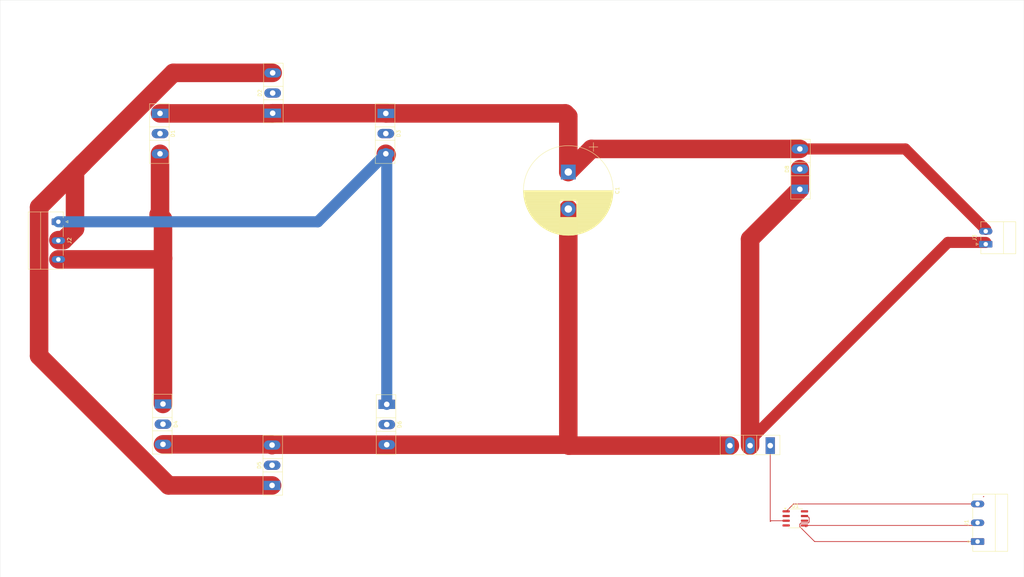
<source format=kicad_pcb>
(kicad_pcb (version 20240108) (generator "pcbnew") (generator_version "8.0")
  (layers (0 "F.Cu" signal) (1 "In1.Cu" signal) (2 "In2.Cu" signal) (3 "In3.Cu" signal) (4 "In4.Cu" signal) (5 "In5.Cu" signal) (6 "In6.Cu" signal) (31 "B.Cu" signal) (34 "B.Paste" user) (35 "F.Paste" user) (36 "B.SilkS" user "B.Silkscreen") (37 "F.SilkS" user "F.Silkscreen") (38 "B.Mask" user) (39 "F.Mask" user) (44 "Edge.Cuts" user))
  (net 0 "")
  (net 1 "Net-(D1-K)")
  (net 2 "Net-(Q1-S)")
  (net 3 "Net-(D4-K)")
  (net 4 "Net-(D5-K)")
  (net 5 "Net-(D6-K)")
  (net 6 "Net-(J3-Pin_2)")
  (net 11 "Net-(J1-Pin_2)")
  (net 12 "Net-(J1-Pin_1)")
  (net 13 "Net-(J1-Pin_3)")
  (net 14 "Net-(Q1-G)")
  (footprint "Connector_Phoenix_MC_HighVoltage:PhoenixContact_MC_1,5_3-G-5.08_1x03_P5.08mm_Horizontal" (layer "F.Cu") (at 24.888215 68.785357 -90)
    (property "Reference" "J2" (at 5.08 -3 90) (layer "F.SilkS"))
    (property "Value" "Conn_01x03")
    (pad "1" thru_hole roundrect (at 0 0 270) (size 1.8 3.6) (drill 1.2) (layers "*.Cu" "*.Mask") (roundrect_rratio 0.138889) (net 5 "Net-(D6-K)"))
    (pad "2" thru_hole oval (at 5.08 0 270) (size 1.8 3.6) (drill 1.2) (layers "*.Cu" "*.Mask") (net 4 "Net-(D5-K)"))
    (pad "3" thru_hole oval (at 10.16 0 270) (size 1.8 3.6) (drill 1.2) (layers "*.Cu" "*.Mask") (net 3 "Net-(D4-K)"))
  )
  (footprint "Package_TO_SOT_THT:TO-247-3_Vertical" (layer "F.Cu") (at 225.205715 60.010357 90)
    (property "Reference" "D8" (at 5.45 -3.45 90) (layer "F.SilkS"))
    (property "Value" "D_Dual_CommonCathode_AAK_Parallel")
    (pad "1" thru_hole rect (at 0 0 90) (size 2.5 4.5) (drill 1.5) (layers "*.Cu" "*.Mask") (net 6 "Net-(J3-Pin_2)"))
    (pad "2" thru_hole oval (at 5.45 0 90) (size 2.5 4.5) (drill 1.5) (layers "*.Cu" "*.Mask") (net 6 "Net-(J3-Pin_2)"))
    (pad "3" thru_hole oval (at 10.9 0 90) (size 2.5 4.5) (drill 1.5) (layers "*.Cu" "*.Mask") (net 1 "Net-(D1-K)"))
  )
  (footprint "Capacitor_THT:CP_Radial_D24.0mm_P10.00mm_SnapIn" (layer "F.Cu") (at 162.65 55.345357 -90)
    (property "Reference" "C1" (at 5 -13.25 90) (layer "F.SilkS"))
    (property "Value" "630uC")
    (pad "1" thru_hole rect (at 0 0 270) (size 4 4) (drill 2) (layers "*.Cu" "*.Mask") (net 1 "Net-(D1-K)"))
    (pad "2" thru_hole circle (at 10 0 270) (size 4 4) (drill 2) (layers "*.Cu" "*.Mask") (net 2 "Net-(Q1-S)"))
  )
  (footprint "Connector_Phoenix_MC_HighVoltage:PhoenixContact_MC_1,5_3-G-5.08_1x03_P5.08mm_Horizontal" (layer "F.Cu") (at 273.2175 155.175 90)
    (property "Reference" "J1" (at 5.08 -3 90) (layer "F.SilkS"))
    (property "Value" "Conn_01x03")
    (pad "1" thru_hole roundrect (at 0 0 90) (size 1.8 3.6) (drill 1.2) (layers "*.Cu" "*.Mask") (roundrect_rratio 0.138889) (net 12 "Net-(J1-Pin_1)"))
    (pad "2" thru_hole oval (at 5.08 0 90) (size 1.8 3.6) (drill 1.2) (layers "*.Cu" "*.Mask") (net 11 "Net-(J1-Pin_2)"))
    (pad "3" thru_hole oval (at 10.16 0 90) (size 1.8 3.6) (drill 1.2) (layers "*.Cu" "*.Mask") (net 13 "Net-(J1-Pin_3)"))
  )
  (footprint "Package_TO_SOT_THT:TO-247-3_Vertical" (layer "F.Cu") (at 113.605715 118.110357 -90)
    (property "Reference" "D6" (at 5.45 -3.45 90) (layer "F.SilkS"))
    (property "Value" "D_KAA")
    (pad "1" thru_hole rect (at 0 0 270) (size 2.5 4.5) (drill 1.5) (layers "*.Cu" "*.Mask") (net 5 "Net-(D6-K)"))
    (pad "2" thru_hole oval (at 5.45 0 270) (size 2.5 4.5) (drill 1.5) (layers "*.Cu" "*.Mask") (net 2 "Net-(Q1-S)"))
    (pad "3" thru_hole oval (at 10.9 0 270) (size 2.5 4.5) (drill 1.5) (layers "*.Cu" "*.Mask") (net 2 "Net-(Q1-S)"))
  )
  (footprint "Package_TO_SOT_THT:TO-247-3_Vertical" (layer "F.Cu") (at 217.205715 129.260357 180)
    (property "Reference" "Q1" (hide yes))
    (property "Value" "IRFP4468PbF")
    (pad "1" thru_hole rect (at 0 0 180) (size 2.5 4.5) (drill 1.5) (layers "*.Cu" "*.Mask") (net 14 "Net-(Q1-G)"))
    (pad "2" thru_hole oval (at 5.45 0 180) (size 2.5 4.5) (drill 1.5) (layers "*.Cu" "*.Mask") (net 6 "Net-(J3-Pin_2)"))
    (pad "3" thru_hole oval (at 10.9 0 180) (size 2.5 4.5) (drill 1.5) (layers "*.Cu" "*.Mask") (net 2 "Net-(Q1-S)"))
  )
  (footprint "Package_SO:SOIC-8_3.9x4.9mm_P1.27mm" (layer "F.Cu") (at 223.980715 148.915357)
    (property "Reference" "U1" (at 0 -3.4 0) (layer "F.SilkS"))
    (property "Value" "MIC4604YM")
    (pad "1" smd roundrect (at -2.475 -1.905) (size 1.95 0.6) (layers "F.Cu" "F.Paste" "F.Mask") (net 13 "Net-(J1-Pin_3)"))
    (pad "2" smd roundrect (at -2.475 -0.635) (size 1.95 0.6) (layers "F.Cu" "F.Paste" "F.Mask"))
    (pad "3" smd roundrect (at -2.475 0.635) (size 1.95 0.6) (layers "F.Cu" "F.Paste" "F.Mask") (net 14 "Net-(Q1-G)"))
    (pad "4" smd roundrect (at -2.475 1.905) (size 1.95 0.6) (layers "F.Cu" "F.Paste" "F.Mask"))
    (pad "5" smd roundrect (at 2.475 1.905) (size 1.95 0.6) (layers "F.Cu" "F.Paste" "F.Mask") (net 11 "Net-(J1-Pin_2)"))
    (pad "6" smd roundrect (at 2.475 0.635) (size 1.95 0.6) (layers "F.Cu" "F.Paste" "F.Mask"))
    (pad "7" smd roundrect (at 2.475 -0.635) (size 1.95 0.6) (layers "F.Cu" "F.Paste" "F.Mask") (net 12 "Net-(J1-Pin_1)"))
    (pad "8" smd roundrect (at 2.475 -1.905) (size 1.95 0.6) (layers "F.Cu" "F.Paste" "F.Mask"))
  )
  (footprint "Package_TO_SOT_THT:TO-247-3_Vertical" (layer "F.Cu") (at 82.625715 140.010357 90)
    (property "Reference" "D5" (at 5.45 -3.45 90) (layer "F.SilkS"))
    (property "Value" "D_KAA")
    (pad "1" thru_hole rect (at 0 0 90) (size 2.5 4.5) (drill 1.5) (layers "*.Cu" "*.Mask") (net 4 "Net-(D5-K)"))
    (pad "2" thru_hole oval (at 5.45 0 90) (size 2.5 4.5) (drill 1.5) (layers "*.Cu" "*.Mask") (net 2 "Net-(Q1-S)"))
    (pad "3" thru_hole oval (at 10.9 0 90) (size 2.5 4.5) (drill 1.5) (layers "*.Cu" "*.Mask") (net 2 "Net-(Q1-S)"))
  )
  (footprint "Connector_Phoenix_MC:PhoenixContact_MC_1,5_2-G-3.5_1x02_P3.50mm_Horizontal" (layer "F.Cu") (at 275.4175 74.845 90)
    (property "Reference" "J3" (at 1.75 -3 90) (layer "F.SilkS"))
    (property "Value" "Conn_01x02")
    (pad "1" thru_hole roundrect (at 0 0 90) (size 1.8 3.6) (drill 1.2) (layers "*.Cu" "*.Mask") (roundrect_rratio 0.138889) (net 1 "Net-(D1-K)"))
    (pad "2" thru_hole oval (at 3.5 0 90) (size 1.8 3.6) (drill 1.2) (layers "*.Cu" "*.Mask") (net 6 "Net-(J3-Pin_2)"))
  )
  (footprint "Package_TO_SOT_THT:TO-247-3_Vertical" (layer "F.Cu") (at 53.155715 118.010357 -90)
    (property "Reference" "D4" (at 5.45 -3.45 90) (layer "F.SilkS"))
    (property "Value" "D_KAA")
    (pad "1" thru_hole rect (at 0 0 270) (size 2.5 4.5) (drill 1.5) (layers "*.Cu" "*.Mask") (net 3 "Net-(D4-K)"))
    (pad "2" thru_hole oval (at 5.45 0 270) (size 2.5 4.5) (drill 1.5) (layers "*.Cu" "*.Mask") (net 2 "Net-(Q1-S)"))
    (pad "3" thru_hole oval (at 10.9 0 270) (size 2.5 4.5) (drill 1.5) (layers "*.Cu" "*.Mask") (net 2 "Net-(Q1-S)"))
  )
  (footprint "Package_TO_SOT_THT:TO-247-3_Vertical" (layer "F.Cu") (at 113.355715 39.510357 -90)
    (property "Reference" "D3" (at 5.45 -3.45 90) (layer "F.SilkS"))
    (property "Value" "D_KAA")
    (pad "1" thru_hole rect (at 0 0 270) (size 2.5 4.5) (drill 1.5) (layers "*.Cu" "*.Mask") (net 1 "Net-(D1-K)"))
    (pad "2" thru_hole oval (at 5.45 0 270) (size 2.5 4.5) (drill 1.5) (layers "*.Cu" "*.Mask") (net 5 "Net-(D6-K)"))
    (pad "3" thru_hole oval (at 10.9 0 270) (size 2.5 4.5) (drill 1.5) (layers "*.Cu" "*.Mask") (net 5 "Net-(D6-K)"))
  )
  (footprint "Package_TO_SOT_THT:TO-247-3_Vertical" (layer "F.Cu") (at 52.355715 39.510357 -90)
    (property "Reference" "D1" (at 5.45 -3.45 90) (layer "F.SilkS"))
    (property "Value" "D_KAA")
    (pad "1" thru_hole rect (at 0 0 270) (size 2.5 4.5) (drill 1.5) (layers "*.Cu" "*.Mask") (net 1 "Net-(D1-K)"))
    (pad "2" thru_hole oval (at 5.45 0 270) (size 2.5 4.5) (drill 1.5) (layers "*.Cu" "*.Mask") (net 3 "Net-(D4-K)"))
    (pad "3" thru_hole oval (at 10.9 0 270) (size 2.5 4.5) (drill 1.5) (layers "*.Cu" "*.Mask") (net 3 "Net-(D4-K)"))
  )
  (footprint "Package_TO_SOT_THT:TO-247-3_Vertical" (layer "F.Cu") (at 82.785715 39.460357 90)
    (property "Reference" "D2" (at 5.45 -3.45 90) (layer "F.SilkS"))
    (property "Value" "D_KAA")
    (pad "1" thru_hole rect (at 0 0 90) (size 2.5 4.5) (drill 1.5) (layers "*.Cu" "*.Mask") (net 1 "Net-(D1-K)"))
    (pad "2" thru_hole oval (at 5.45 0 90) (size 2.5 4.5) (drill 1.5) (layers "*.Cu" "*.Mask") (net 4 "Net-(D5-K)"))
    (pad "3" thru_hole oval (at 10.9 0 90) (size 2.5 4.5) (drill 1.5) (layers "*.Cu" "*.Mask") (net 4 "Net-(D5-K)"))
  )
  (gr_rect (start 9.15 8.9) (end 285.75 164.8) (stroke (width 0.05)) (fill none) (layer "Edge.Cuts"))
  (segment (start 225.205715 49.110357) (end 168.885 49.110357) (width 5) (layer "F.Cu") (net 1))
  (segment (start 161.855715 39.510357) (end 162.65 40.304642) (width 5) (layer "F.Cu") (net 1))
  (segment (start 113.305715 39.460357) (end 113.355715 39.510357) (width 5) (layer "F.Cu") (net 1))
  (segment (start 253.683215 49.110357) (end 225.205715 49.110357) (width 3) (layer "F.Cu") (net 1))
  (segment (start 113.355715 39.510357) (end 161.855715 39.510357) (width 5) (layer "F.Cu") (net 1))
  (segment (start 82.785715 39.460357) (end 113.305715 39.460357) (width 5) (layer "F.Cu") (net 1))
  (segment (start 52.355715 39.510357) (end 82.735715 39.510357) (width 5) (layer "F.Cu") (net 1))
  (segment (start 275.438215 70.865357) (end 253.683215 49.110357) (width 3) (layer "F.Cu") (net 1))
  (segment (start 82.735715 39.510357) (end 82.785715 39.460357) (width 5) (layer "F.Cu") (net 1))
  (segment (start 162.65 40.304642) (end 162.65 55.345357) (width 5) (layer "F.Cu") (net 1))
  (segment (start 168.885 49.110357) (end 162.65 55.345357) (width 5) (layer "F.Cu") (net 1))
  (segment (start 82.725715 129.010357) (end 82.625715 129.110357) (width 5) (layer "F.Cu") (net 2))
  (segment (start 162.65 65.345357) (end 162.65 129.104642) (width 5) (layer "F.Cu") (net 2))
  (segment (start 53.155715 128.910357) (end 82.425715 128.910357) (width 5) (layer "F.Cu") (net 2))
  (segment (start 82.425715 128.910357) (end 82.625715 129.110357) (width 5) (layer "F.Cu") (net 2))
  (segment (start 206.305715 129.260357) (end 162.805715 129.260357) (width 5) (layer "F.Cu") (net 2))
  (segment (start 162.805715 129.260357) (end 162.65 129.104642) (width 5) (layer "F.Cu") (net 2))
  (segment (start 162.555715 129.010357) (end 113.605715 129.010357) (width 5) (layer "F.Cu") (net 2))
  (segment (start 113.605715 129.010357) (end 82.725715 129.010357) (width 5) (layer "F.Cu") (net 2))
  (segment (start 162.65 129.104642) (end 162.555715 129.010357) (width 5) (layer "F.Cu") (net 2))
  (segment (start 52.355715 66.560357) (end 52.355715 50.410357) (width 5) (layer "F.Cu") (net 3))
  (segment (start 53.155715 78.660357) (end 53.155715 118.010357) (width 5) (layer "F.Cu") (net 3))
  (segment (start 52.005715 66.910357) (end 52.355715 66.560357) (width 5) (layer "F.Cu") (net 3))
  (segment (start 52.870715 78.945357) (end 53.155715 78.660357) (width 5) (layer "F.Cu") (net 3))
  (segment (start 24.888215 78.945357) (end 52.870715 78.945357) (width 5) (layer "F.Cu") (net 3))
  (segment (start 51.970715 66.875357) (end 52.005715 66.910357) (width 5) (layer "F.Cu") (net 3))
  (segment (start 53.155715 68.060357) (end 53.155715 78.660357) (width 5) (layer "F.Cu") (net 3))
  (segment (start 52.005715 66.910357) (end 53.155715 68.060357) (width 5) (layer "F.Cu") (net 3))
  (segment (start 19.688215 64.823947) (end 19.688215 105.042857) (width 5) (layer "F.Cu") (net 4))
  (segment (start 26.307071 73.745357) (end 24.888215 73.745357) (width 5) (layer "F.Cu") (net 4))
  (segment (start 31.50376 53.008402) (end 19.688215 64.823947) (width 5) (layer "F.Cu") (net 4))
  (segment (start 31.50376 53.008402) (end 29.388215 55.123946) (width 5) (layer "F.Cu") (net 4))
  (segment (start 29.388215 55.123946) (end 29.388215 70.664213) (width 5) (layer "F.Cu") (net 4))
  (segment (start 29.388215 70.664213) (end 26.307071 73.745357) (width 5) (layer "F.Cu") (net 4))
  (segment (start 82.785715 28.560357) (end 55.951804 28.560357) (width 5) (layer "F.Cu") (net 4))
  (segment (start 19.688215 105.042857) (end 54.655715 140.010357) (width 5) (layer "F.Cu") (net 4))
  (segment (start 55.951804 28.560357) (end 31.50376 53.008402) (width 5) (layer "F.Cu") (net 4))
  (segment (start 54.655715 140.010357) (end 82.625715 140.010357) (width 5) (layer "F.Cu") (net 4))
  (segment (start 113.605715 50.660357) (end 113.355715 50.410357) (width 5) (layer "F.Cu") (net 5))
  (segment (start 113.605715 50.660357) (end 113.355715 50.410357) (width 3) (layer "B.Cu") (net 5))
  (segment (start 24.888215 68.785357) (end 94.980715 68.785357) (width 3) (layer "B.Cu") (net 5))
  (segment (start 94.980715 68.785357) (end 113.355715 50.410357) (width 3) (layer "B.Cu") (net 5))
  (segment (start 113.605715 118.110357) (end 113.605715 50.660357) (width 3) (layer "B.Cu") (net 5))
  (segment (start 265.200715 74.365357) (end 211.755715 127.810357) (width 3) (layer "F.Cu") (net 6))
  (segment (start 275.438215 74.365357) (end 265.200715 74.365357) (width 3) (layer "F.Cu") (net 6))
  (segment (start 211.755715 129.260357) (end 211.755715 73.460357) (width 5) (layer "F.Cu") (net 6))
  (segment (start 225.205715 60.010357) (end 225.205715 54.560357) (width 5) (layer "F.Cu") (net 6))
  (segment (start 211.755715 127.810357) (end 211.755715 129.260357) (width 3) (layer "F.Cu") (net 6))
  (segment (start 211.755715 73.460357) (end 225.205715 60.010357) (width 5) (layer "F.Cu") (net 6))
  (segment (start 273.2175 150.095) (end 272.492143 150.820357) (width 0.2) (layer "F.Cu") (net 11))
  (segment (start 226.890715 151.255357) (end 226.455715 150.820357) (width 0.2) (layer "F.Cu") (net 11))
  (segment (start 272.492143 150.820357) (end 226.455715 150.820357) (width 0.2) (layer "F.Cu") (net 11))
  (segment (start 227.471267 150.150357) (end 227.730715 149.890909) (width 0.2) (layer "F.Cu") (net 12))
  (segment (start 225.180715 150.479805) (end 225.510163 150.150357) (width 0.2) (layer "F.Cu") (net 12))
  (segment (start 273.2175 155.175) (end 229.194806 155.175) (width 0.2) (layer "F.Cu") (net 12))
  (segment (start 225.510163 150.150357) (end 227.471267 150.150357) (width 0.2) (layer "F.Cu") (net 12))
  (segment (start 227.230357 148.280357) (end 226.455715 148.280357) (width 0.2) (layer "F.Cu") (net 12))
  (segment (start 225.180715 151.160909) (end 225.180715 150.479805) (width 0.2) (layer "F.Cu") (net 12))
  (segment (start 227.730715 149.890909) (end 227.730715 148.780715) (width 0.2) (layer "F.Cu") (net 12))
  (segment (start 227.730715 148.780715) (end 227.230357 148.280357) (width 0.2) (layer "F.Cu") (net 12))
  (segment (start 229.194806 155.175) (end 225.180715 151.160909) (width 0.2) (layer "F.Cu") (net 12))
  (segment (start 273.2175 145.015) (end 223.501072 145.015) (width 0.2) (layer "F.Cu") (net 13))
  (segment (start 274.905715 142.960357) (end 274.773215 143.092857) (width 0.2) (layer "F.Cu") (net 13))
  (segment (start 223.501072 145.015) (end 221.505715 147.010357) (width 0.2) (layer "F.Cu") (net 13))
  (segment (start 217.415715 149.550357) (end 221.505715 149.550357) (width 0.2) (layer "F.Cu") (net 14))
  (segment (start 217.205715 149.760357) (end 217.415715 149.550357) (width 0.2) (layer "F.Cu") (net 14))
  (segment (start 217.205715 129.260357) (end 217.205715 149.760357) (width 0.2) (layer "F.Cu") (net 14))
)
</source>
